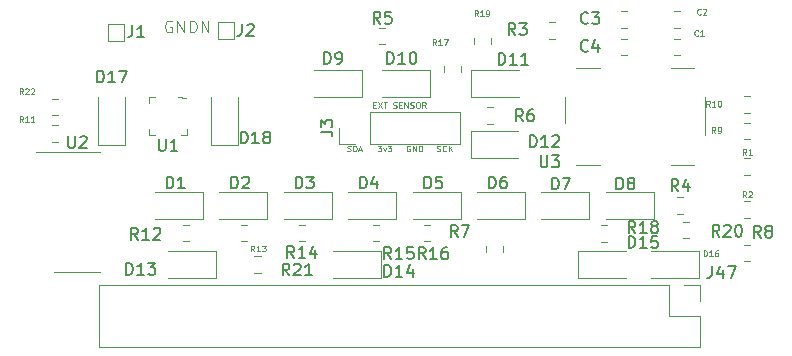
<source format=gbr>
G04 #@! TF.GenerationSoftware,KiCad,Pcbnew,(5.1.10-1-10_14)*
G04 #@! TF.CreationDate,2021-06-08T22:44:31-04:00*
G04 #@! TF.ProjectId,tr109-sensorboard,74723130-392d-4736-956e-736f72626f61,3*
G04 #@! TF.SameCoordinates,Original*
G04 #@! TF.FileFunction,Legend,Top*
G04 #@! TF.FilePolarity,Positive*
%FSLAX46Y46*%
G04 Gerber Fmt 4.6, Leading zero omitted, Abs format (unit mm)*
G04 Created by KiCad (PCBNEW (5.1.10-1-10_14)) date 2021-06-08 22:44:31*
%MOMM*%
%LPD*%
G01*
G04 APERTURE LIST*
%ADD10C,0.100000*%
%ADD11C,0.120000*%
%ADD12C,0.150000*%
%ADD13C,0.125000*%
G04 APERTURE END LIST*
D10*
X136231142Y-107898380D02*
X136302571Y-107922190D01*
X136421619Y-107922190D01*
X136469238Y-107898380D01*
X136493047Y-107874571D01*
X136516857Y-107826952D01*
X136516857Y-107779333D01*
X136493047Y-107731714D01*
X136469238Y-107707904D01*
X136421619Y-107684095D01*
X136326380Y-107660285D01*
X136278761Y-107636476D01*
X136254952Y-107612666D01*
X136231142Y-107565047D01*
X136231142Y-107517428D01*
X136254952Y-107469809D01*
X136278761Y-107446000D01*
X136326380Y-107422190D01*
X136445428Y-107422190D01*
X136516857Y-107446000D01*
X137016857Y-107874571D02*
X136993047Y-107898380D01*
X136921619Y-107922190D01*
X136874000Y-107922190D01*
X136802571Y-107898380D01*
X136754952Y-107850761D01*
X136731142Y-107803142D01*
X136707333Y-107707904D01*
X136707333Y-107636476D01*
X136731142Y-107541238D01*
X136754952Y-107493619D01*
X136802571Y-107446000D01*
X136874000Y-107422190D01*
X136921619Y-107422190D01*
X136993047Y-107446000D01*
X137016857Y-107469809D01*
X137231142Y-107922190D02*
X137231142Y-107422190D01*
X137516857Y-107922190D02*
X137302571Y-107636476D01*
X137516857Y-107422190D02*
X137231142Y-107707904D01*
X133953047Y-107446000D02*
X133905428Y-107422190D01*
X133834000Y-107422190D01*
X133762571Y-107446000D01*
X133714952Y-107493619D01*
X133691142Y-107541238D01*
X133667333Y-107636476D01*
X133667333Y-107707904D01*
X133691142Y-107803142D01*
X133714952Y-107850761D01*
X133762571Y-107898380D01*
X133834000Y-107922190D01*
X133881619Y-107922190D01*
X133953047Y-107898380D01*
X133976857Y-107874571D01*
X133976857Y-107707904D01*
X133881619Y-107707904D01*
X134191142Y-107922190D02*
X134191142Y-107422190D01*
X134476857Y-107922190D01*
X134476857Y-107422190D01*
X134714952Y-107922190D02*
X134714952Y-107422190D01*
X134834000Y-107422190D01*
X134905428Y-107446000D01*
X134953047Y-107493619D01*
X134976857Y-107541238D01*
X135000666Y-107636476D01*
X135000666Y-107707904D01*
X134976857Y-107803142D01*
X134953047Y-107850761D01*
X134905428Y-107898380D01*
X134834000Y-107922190D01*
X134714952Y-107922190D01*
X131198761Y-107422190D02*
X131508285Y-107422190D01*
X131341619Y-107612666D01*
X131413047Y-107612666D01*
X131460666Y-107636476D01*
X131484476Y-107660285D01*
X131508285Y-107707904D01*
X131508285Y-107826952D01*
X131484476Y-107874571D01*
X131460666Y-107898380D01*
X131413047Y-107922190D01*
X131270190Y-107922190D01*
X131222571Y-107898380D01*
X131198761Y-107874571D01*
X131674952Y-107588857D02*
X131794000Y-107922190D01*
X131913047Y-107588857D01*
X132055904Y-107422190D02*
X132365428Y-107422190D01*
X132198761Y-107612666D01*
X132270190Y-107612666D01*
X132317809Y-107636476D01*
X132341619Y-107660285D01*
X132365428Y-107707904D01*
X132365428Y-107826952D01*
X132341619Y-107874571D01*
X132317809Y-107898380D01*
X132270190Y-107922190D01*
X132127333Y-107922190D01*
X132079714Y-107898380D01*
X132055904Y-107874571D01*
X128646857Y-107898380D02*
X128718285Y-107922190D01*
X128837333Y-107922190D01*
X128884952Y-107898380D01*
X128908761Y-107874571D01*
X128932571Y-107826952D01*
X128932571Y-107779333D01*
X128908761Y-107731714D01*
X128884952Y-107707904D01*
X128837333Y-107684095D01*
X128742095Y-107660285D01*
X128694476Y-107636476D01*
X128670666Y-107612666D01*
X128646857Y-107565047D01*
X128646857Y-107517428D01*
X128670666Y-107469809D01*
X128694476Y-107446000D01*
X128742095Y-107422190D01*
X128861142Y-107422190D01*
X128932571Y-107446000D01*
X129146857Y-107922190D02*
X129146857Y-107422190D01*
X129265904Y-107422190D01*
X129337333Y-107446000D01*
X129384952Y-107493619D01*
X129408761Y-107541238D01*
X129432571Y-107636476D01*
X129432571Y-107707904D01*
X129408761Y-107803142D01*
X129384952Y-107850761D01*
X129337333Y-107898380D01*
X129265904Y-107922190D01*
X129146857Y-107922190D01*
X129623047Y-107779333D02*
X129861142Y-107779333D01*
X129575428Y-107922190D02*
X129742095Y-107422190D01*
X129908761Y-107922190D01*
X130851619Y-103977285D02*
X131018285Y-103977285D01*
X131089714Y-104239190D02*
X130851619Y-104239190D01*
X130851619Y-103739190D01*
X131089714Y-103739190D01*
X131256380Y-103739190D02*
X131589714Y-104239190D01*
X131589714Y-103739190D02*
X131256380Y-104239190D01*
X131708761Y-103739190D02*
X131994476Y-103739190D01*
X131851619Y-104239190D02*
X131851619Y-103739190D01*
X132518285Y-104215380D02*
X132589714Y-104239190D01*
X132708761Y-104239190D01*
X132756380Y-104215380D01*
X132780190Y-104191571D01*
X132804000Y-104143952D01*
X132804000Y-104096333D01*
X132780190Y-104048714D01*
X132756380Y-104024904D01*
X132708761Y-104001095D01*
X132613523Y-103977285D01*
X132565904Y-103953476D01*
X132542095Y-103929666D01*
X132518285Y-103882047D01*
X132518285Y-103834428D01*
X132542095Y-103786809D01*
X132565904Y-103763000D01*
X132613523Y-103739190D01*
X132732571Y-103739190D01*
X132804000Y-103763000D01*
X133018285Y-103977285D02*
X133184952Y-103977285D01*
X133256380Y-104239190D02*
X133018285Y-104239190D01*
X133018285Y-103739190D01*
X133256380Y-103739190D01*
X133470666Y-104239190D02*
X133470666Y-103739190D01*
X133756380Y-104239190D01*
X133756380Y-103739190D01*
X133970666Y-104215380D02*
X134042095Y-104239190D01*
X134161142Y-104239190D01*
X134208761Y-104215380D01*
X134232571Y-104191571D01*
X134256380Y-104143952D01*
X134256380Y-104096333D01*
X134232571Y-104048714D01*
X134208761Y-104024904D01*
X134161142Y-104001095D01*
X134065904Y-103977285D01*
X134018285Y-103953476D01*
X133994476Y-103929666D01*
X133970666Y-103882047D01*
X133970666Y-103834428D01*
X133994476Y-103786809D01*
X134018285Y-103763000D01*
X134065904Y-103739190D01*
X134184952Y-103739190D01*
X134256380Y-103763000D01*
X134565904Y-103739190D02*
X134661142Y-103739190D01*
X134708761Y-103763000D01*
X134756380Y-103810619D01*
X134780190Y-103905857D01*
X134780190Y-104072523D01*
X134756380Y-104167761D01*
X134708761Y-104215380D01*
X134661142Y-104239190D01*
X134565904Y-104239190D01*
X134518285Y-104215380D01*
X134470666Y-104167761D01*
X134446857Y-104072523D01*
X134446857Y-103905857D01*
X134470666Y-103810619D01*
X134518285Y-103763000D01*
X134565904Y-103739190D01*
X135280190Y-104239190D02*
X135113523Y-104001095D01*
X134994476Y-104239190D02*
X134994476Y-103739190D01*
X135184952Y-103739190D01*
X135232571Y-103763000D01*
X135256380Y-103786809D01*
X135280190Y-103834428D01*
X135280190Y-103905857D01*
X135256380Y-103953476D01*
X135232571Y-103977285D01*
X135184952Y-104001095D01*
X134994476Y-104001095D01*
X113776285Y-96883600D02*
X113681047Y-96835980D01*
X113538190Y-96835980D01*
X113395333Y-96883600D01*
X113300095Y-96978838D01*
X113252476Y-97074076D01*
X113204857Y-97264552D01*
X113204857Y-97407409D01*
X113252476Y-97597885D01*
X113300095Y-97693123D01*
X113395333Y-97788361D01*
X113538190Y-97835980D01*
X113633428Y-97835980D01*
X113776285Y-97788361D01*
X113823904Y-97740742D01*
X113823904Y-97407409D01*
X113633428Y-97407409D01*
X114252476Y-97835980D02*
X114252476Y-96835980D01*
X114823904Y-97835980D01*
X114823904Y-96835980D01*
X115300095Y-97835980D02*
X115300095Y-96835980D01*
X115538190Y-96835980D01*
X115681047Y-96883600D01*
X115776285Y-96978838D01*
X115823904Y-97074076D01*
X115871523Y-97264552D01*
X115871523Y-97407409D01*
X115823904Y-97597885D01*
X115776285Y-97693123D01*
X115681047Y-97788361D01*
X115538190Y-97835980D01*
X115300095Y-97835980D01*
X116300095Y-97835980D02*
X116300095Y-96835980D01*
X116871523Y-97835980D01*
X116871523Y-96835980D01*
D11*
X158514000Y-119260000D02*
X158514000Y-120590000D01*
X157184000Y-119260000D02*
X158514000Y-119260000D01*
X158514000Y-121860000D02*
X158514000Y-124460000D01*
X155914000Y-121860000D02*
X158514000Y-121860000D01*
X155914000Y-119260000D02*
X155914000Y-121860000D01*
X158514000Y-124460000D02*
X107594000Y-124460000D01*
X155914000Y-119260000D02*
X107594000Y-119260000D01*
X107594000Y-119260000D02*
X107594000Y-124460000D01*
X138204000Y-107248000D02*
X138204000Y-104588000D01*
X130524000Y-107248000D02*
X138204000Y-107248000D01*
X130524000Y-104588000D02*
X138204000Y-104588000D01*
X130524000Y-107248000D02*
X130524000Y-104588000D01*
X129254000Y-107248000D02*
X127924000Y-107248000D01*
X127924000Y-107248000D02*
X127924000Y-105918000D01*
X117664000Y-96963000D02*
X119064000Y-96963000D01*
X119064000Y-96963000D02*
X119064000Y-98363000D01*
X119064000Y-98363000D02*
X117664000Y-98363000D01*
X117664000Y-98363000D02*
X117664000Y-96963000D01*
X108367600Y-97128100D02*
X109767600Y-97128100D01*
X109767600Y-97128100D02*
X109767600Y-98528100D01*
X109767600Y-98528100D02*
X108367600Y-98528100D01*
X108367600Y-98528100D02*
X108367600Y-97128100D01*
D10*
X114599100Y-103324500D02*
X114699100Y-103424500D01*
X114699100Y-103424500D02*
X114999100Y-103424500D01*
X114299100Y-103324500D02*
X114599100Y-103324500D01*
X111849100Y-106524500D02*
X112349100Y-106524500D01*
X111849100Y-106524500D02*
X111849100Y-106024500D01*
X115049100Y-106524500D02*
X114549100Y-106524500D01*
X115049100Y-106524500D02*
X115049100Y-106024500D01*
X111849100Y-103324500D02*
X112349100Y-103324500D01*
X111849100Y-103324500D02*
X111849100Y-103824500D01*
D11*
X104151252Y-103440000D02*
X103628748Y-103440000D01*
X104151252Y-104860000D02*
X103628748Y-104860000D01*
X120778748Y-118170000D02*
X121301252Y-118170000D01*
X120778748Y-116750000D02*
X121301252Y-116750000D01*
X157028248Y-113869400D02*
X157550752Y-113869400D01*
X157028248Y-115289400D02*
X157550752Y-115289400D01*
X139371000Y-98800552D02*
X139371000Y-98278048D01*
X140791000Y-98800552D02*
X140791000Y-98278048D01*
X150094048Y-114136100D02*
X150616552Y-114136100D01*
X150094048Y-115556100D02*
X150616552Y-115556100D01*
X136831000Y-101226252D02*
X136831000Y-100703748D01*
X138251000Y-101226252D02*
X138251000Y-100703748D01*
X135681252Y-115543400D02*
X135158748Y-115543400D01*
X135681252Y-114123400D02*
X135158748Y-114123400D01*
X131337952Y-115543400D02*
X130815448Y-115543400D01*
X131337952Y-114123400D02*
X130815448Y-114123400D01*
X125038752Y-115543400D02*
X124516248Y-115543400D01*
X125038752Y-114123400D02*
X124516248Y-114123400D01*
X120136552Y-115543400D02*
X119614048Y-115543400D01*
X120136552Y-114123400D02*
X119614048Y-114123400D01*
X114688748Y-114123400D02*
X115211252Y-114123400D01*
X114688748Y-115543400D02*
X115211252Y-115543400D01*
X104151252Y-107080000D02*
X103628748Y-107080000D01*
X104151252Y-105660000D02*
X103628748Y-105660000D01*
X162185688Y-103239500D02*
X162708192Y-103239500D01*
X162185688Y-104659500D02*
X162708192Y-104659500D01*
X162185688Y-105474700D02*
X162708192Y-105474700D01*
X162185688Y-106894700D02*
X162708192Y-106894700D01*
X162247948Y-115812500D02*
X162770452Y-115812500D01*
X162247948Y-117232500D02*
X162770452Y-117232500D01*
X140361600Y-116452312D02*
X140361600Y-115929808D01*
X141781600Y-116452312D02*
X141781600Y-115929808D01*
X140454748Y-104192000D02*
X140977252Y-104192000D01*
X140454748Y-105612000D02*
X140977252Y-105612000D01*
X131336148Y-97435600D02*
X131858652Y-97435600D01*
X131336148Y-98855600D02*
X131858652Y-98855600D01*
X156571048Y-111773900D02*
X157093552Y-111773900D01*
X156571048Y-113193900D02*
X157093552Y-113193900D01*
X145712548Y-96953000D02*
X146235052Y-96953000D01*
X145712548Y-98373000D02*
X146235052Y-98373000D01*
X162247948Y-112142200D02*
X162770452Y-112142200D01*
X162247948Y-113562200D02*
X162770452Y-113562200D01*
X162247948Y-108471900D02*
X162770452Y-108471900D01*
X162247948Y-109891900D02*
X162770452Y-109891900D01*
X117076600Y-103302000D02*
X117076600Y-107362000D01*
X117076600Y-107362000D02*
X119346600Y-107362000D01*
X119346600Y-107362000D02*
X119346600Y-103302000D01*
X107551600Y-103302000D02*
X107551600Y-107362000D01*
X107551600Y-107362000D02*
X109821600Y-107362000D01*
X109821600Y-107362000D02*
X109821600Y-103302000D01*
X105765600Y-107995400D02*
X102315600Y-107995400D01*
X105765600Y-107995400D02*
X107715600Y-107995400D01*
X105765600Y-118115400D02*
X103815600Y-118115400D01*
X105765600Y-118115400D02*
X107715600Y-118115400D01*
X152353778Y-97448440D02*
X151836622Y-97448440D01*
X152353778Y-96028440D02*
X151836622Y-96028440D01*
X154353460Y-118607460D02*
X158413460Y-118607460D01*
X158413460Y-118607460D02*
X158413460Y-116337460D01*
X158413460Y-116337460D02*
X154353460Y-116337460D01*
X152252480Y-116337460D02*
X148192480Y-116337460D01*
X148192480Y-116337460D02*
X148192480Y-118607460D01*
X148192480Y-118607460D02*
X152252480Y-118607460D01*
X154593300Y-111348900D02*
X150533300Y-111348900D01*
X154593300Y-113618900D02*
X154593300Y-111348900D01*
X150533300Y-113618900D02*
X154593300Y-113618900D01*
X149139552Y-111348900D02*
X145079552Y-111348900D01*
X149139552Y-113618900D02*
X149139552Y-111348900D01*
X145079552Y-113618900D02*
X149139552Y-113618900D01*
X143685810Y-111348900D02*
X139625810Y-111348900D01*
X143685810Y-113618900D02*
X143685810Y-111348900D01*
X139625810Y-113618900D02*
X143685810Y-113618900D01*
X138232068Y-111348900D02*
X134172068Y-111348900D01*
X138232068Y-113618900D02*
X138232068Y-111348900D01*
X134172068Y-113618900D02*
X138232068Y-113618900D01*
X132778326Y-111348900D02*
X128718326Y-111348900D01*
X132778326Y-113618900D02*
X132778326Y-111348900D01*
X128718326Y-113618900D02*
X132778326Y-113618900D01*
X127324584Y-111348900D02*
X123264584Y-111348900D01*
X127324584Y-113618900D02*
X127324584Y-111348900D01*
X123264584Y-113618900D02*
X127324584Y-113618900D01*
X121870842Y-111348900D02*
X117810842Y-111348900D01*
X121870842Y-113618900D02*
X121870842Y-111348900D01*
X117810842Y-113618900D02*
X121870842Y-113618900D01*
X116417100Y-111348900D02*
X112357100Y-111348900D01*
X116417100Y-113618900D02*
X116417100Y-111348900D01*
X112357100Y-113618900D02*
X116417100Y-113618900D01*
X127398980Y-118607460D02*
X131458980Y-118607460D01*
X131458980Y-118607460D02*
X131458980Y-116337460D01*
X131458980Y-116337460D02*
X127398980Y-116337460D01*
X113492480Y-118607460D02*
X117552480Y-118607460D01*
X117552480Y-118607460D02*
X117552480Y-116337460D01*
X117552480Y-116337460D02*
X113492480Y-116337460D01*
X139071340Y-108493180D02*
X143131340Y-108493180D01*
X139071340Y-106223180D02*
X139071340Y-108493180D01*
X143131340Y-106223180D02*
X139071340Y-106223180D01*
X139116120Y-103268400D02*
X143176120Y-103268400D01*
X139116120Y-100998400D02*
X139116120Y-103268400D01*
X143176120Y-100998400D02*
X139116120Y-100998400D01*
X135657600Y-100998400D02*
X131597600Y-100998400D01*
X135657600Y-103268400D02*
X135657600Y-100998400D01*
X131597600Y-103268400D02*
X135657600Y-103268400D01*
X129853700Y-100998400D02*
X125793700Y-100998400D01*
X129853700Y-103268400D02*
X129853700Y-100998400D01*
X125793700Y-103268400D02*
X129853700Y-103268400D01*
X152353778Y-99795400D02*
X151836622Y-99795400D01*
X152353778Y-98375400D02*
X151836622Y-98375400D01*
X156798778Y-99795400D02*
X156281622Y-99795400D01*
X156798778Y-98375400D02*
X156281622Y-98375400D01*
X156798778Y-97448440D02*
X156281622Y-97448440D01*
X156798778Y-96028440D02*
X156281622Y-96028440D01*
D10*
X158909600Y-103327400D02*
X158909600Y-106527400D01*
X147109600Y-103327400D02*
X147109600Y-105527400D01*
X148009600Y-100827400D02*
X150009600Y-100827400D01*
X148009600Y-109027400D02*
X150009600Y-109027400D01*
X156009600Y-109027400D02*
X158009600Y-109027400D01*
X156009600Y-100827400D02*
X158009600Y-100827400D01*
D12*
X159515276Y-117638580D02*
X159515276Y-118352866D01*
X159467657Y-118495723D01*
X159372419Y-118590961D01*
X159229561Y-118638580D01*
X159134323Y-118638580D01*
X160420038Y-117971914D02*
X160420038Y-118638580D01*
X160181942Y-117590961D02*
X159943847Y-118305247D01*
X160562895Y-118305247D01*
X160848609Y-117638580D02*
X161515276Y-117638580D01*
X161086704Y-118638580D01*
X126376380Y-106251333D02*
X127090666Y-106251333D01*
X127233523Y-106298952D01*
X127328761Y-106394190D01*
X127376380Y-106537047D01*
X127376380Y-106632285D01*
X126376380Y-105870380D02*
X126376380Y-105251333D01*
X126757333Y-105584666D01*
X126757333Y-105441809D01*
X126804952Y-105346571D01*
X126852571Y-105298952D01*
X126947809Y-105251333D01*
X127185904Y-105251333D01*
X127281142Y-105298952D01*
X127328761Y-105346571D01*
X127376380Y-105441809D01*
X127376380Y-105727523D01*
X127328761Y-105822761D01*
X127281142Y-105870380D01*
X119719766Y-97128080D02*
X119719766Y-97842366D01*
X119672147Y-97985223D01*
X119576909Y-98080461D01*
X119434052Y-98128080D01*
X119338814Y-98128080D01*
X120148338Y-97223319D02*
X120195957Y-97175700D01*
X120291195Y-97128080D01*
X120529290Y-97128080D01*
X120624528Y-97175700D01*
X120672147Y-97223319D01*
X120719766Y-97318557D01*
X120719766Y-97413795D01*
X120672147Y-97556652D01*
X120100719Y-98128080D01*
X120719766Y-98128080D01*
X110436066Y-97229680D02*
X110436066Y-97943966D01*
X110388447Y-98086823D01*
X110293209Y-98182061D01*
X110150352Y-98229680D01*
X110055114Y-98229680D01*
X111436066Y-98229680D02*
X110864638Y-98229680D01*
X111150352Y-98229680D02*
X111150352Y-97229680D01*
X111055114Y-97372538D01*
X110959876Y-97467776D01*
X110864638Y-97515395D01*
X112674495Y-106852380D02*
X112674495Y-107661904D01*
X112722114Y-107757142D01*
X112769733Y-107804761D01*
X112864971Y-107852380D01*
X113055447Y-107852380D01*
X113150685Y-107804761D01*
X113198304Y-107757142D01*
X113245923Y-107661904D01*
X113245923Y-106852380D01*
X114245923Y-107852380D02*
X113674495Y-107852380D01*
X113960209Y-107852380D02*
X113960209Y-106852380D01*
X113864971Y-106995238D01*
X113769733Y-107090476D01*
X113674495Y-107138095D01*
D13*
X101178571Y-103076190D02*
X101011904Y-102838095D01*
X100892857Y-103076190D02*
X100892857Y-102576190D01*
X101083333Y-102576190D01*
X101130952Y-102600000D01*
X101154761Y-102623809D01*
X101178571Y-102671428D01*
X101178571Y-102742857D01*
X101154761Y-102790476D01*
X101130952Y-102814285D01*
X101083333Y-102838095D01*
X100892857Y-102838095D01*
X101369047Y-102623809D02*
X101392857Y-102600000D01*
X101440476Y-102576190D01*
X101559523Y-102576190D01*
X101607142Y-102600000D01*
X101630952Y-102623809D01*
X101654761Y-102671428D01*
X101654761Y-102719047D01*
X101630952Y-102790476D01*
X101345238Y-103076190D01*
X101654761Y-103076190D01*
X101845238Y-102623809D02*
X101869047Y-102600000D01*
X101916666Y-102576190D01*
X102035714Y-102576190D01*
X102083333Y-102600000D01*
X102107142Y-102623809D01*
X102130952Y-102671428D01*
X102130952Y-102719047D01*
X102107142Y-102790476D01*
X101821428Y-103076190D01*
X102130952Y-103076190D01*
D12*
X123737142Y-118412380D02*
X123403809Y-117936190D01*
X123165714Y-118412380D02*
X123165714Y-117412380D01*
X123546666Y-117412380D01*
X123641904Y-117460000D01*
X123689523Y-117507619D01*
X123737142Y-117602857D01*
X123737142Y-117745714D01*
X123689523Y-117840952D01*
X123641904Y-117888571D01*
X123546666Y-117936190D01*
X123165714Y-117936190D01*
X124118095Y-117507619D02*
X124165714Y-117460000D01*
X124260952Y-117412380D01*
X124499047Y-117412380D01*
X124594285Y-117460000D01*
X124641904Y-117507619D01*
X124689523Y-117602857D01*
X124689523Y-117698095D01*
X124641904Y-117840952D01*
X124070476Y-118412380D01*
X124689523Y-118412380D01*
X125641904Y-118412380D02*
X125070476Y-118412380D01*
X125356190Y-118412380D02*
X125356190Y-117412380D01*
X125260952Y-117555238D01*
X125165714Y-117650476D01*
X125070476Y-117698095D01*
X160147142Y-115132380D02*
X159813809Y-114656190D01*
X159575714Y-115132380D02*
X159575714Y-114132380D01*
X159956666Y-114132380D01*
X160051904Y-114180000D01*
X160099523Y-114227619D01*
X160147142Y-114322857D01*
X160147142Y-114465714D01*
X160099523Y-114560952D01*
X160051904Y-114608571D01*
X159956666Y-114656190D01*
X159575714Y-114656190D01*
X160528095Y-114227619D02*
X160575714Y-114180000D01*
X160670952Y-114132380D01*
X160909047Y-114132380D01*
X161004285Y-114180000D01*
X161051904Y-114227619D01*
X161099523Y-114322857D01*
X161099523Y-114418095D01*
X161051904Y-114560952D01*
X160480476Y-115132380D01*
X161099523Y-115132380D01*
X161718571Y-114132380D02*
X161813809Y-114132380D01*
X161909047Y-114180000D01*
X161956666Y-114227619D01*
X162004285Y-114322857D01*
X162051904Y-114513333D01*
X162051904Y-114751428D01*
X162004285Y-114941904D01*
X161956666Y-115037142D01*
X161909047Y-115084761D01*
X161813809Y-115132380D01*
X161718571Y-115132380D01*
X161623333Y-115084761D01*
X161575714Y-115037142D01*
X161528095Y-114941904D01*
X161480476Y-114751428D01*
X161480476Y-114513333D01*
X161528095Y-114322857D01*
X161575714Y-114227619D01*
X161623333Y-114180000D01*
X161718571Y-114132380D01*
D13*
X139696071Y-96466790D02*
X139529404Y-96228695D01*
X139410357Y-96466790D02*
X139410357Y-95966790D01*
X139600833Y-95966790D01*
X139648452Y-95990600D01*
X139672261Y-96014409D01*
X139696071Y-96062028D01*
X139696071Y-96133457D01*
X139672261Y-96181076D01*
X139648452Y-96204885D01*
X139600833Y-96228695D01*
X139410357Y-96228695D01*
X140172261Y-96466790D02*
X139886547Y-96466790D01*
X140029404Y-96466790D02*
X140029404Y-95966790D01*
X139981785Y-96038219D01*
X139934166Y-96085838D01*
X139886547Y-96109647D01*
X140410357Y-96466790D02*
X140505595Y-96466790D01*
X140553214Y-96442980D01*
X140577023Y-96419171D01*
X140624642Y-96347742D01*
X140648452Y-96252504D01*
X140648452Y-96062028D01*
X140624642Y-96014409D01*
X140600833Y-95990600D01*
X140553214Y-95966790D01*
X140457976Y-95966790D01*
X140410357Y-95990600D01*
X140386547Y-96014409D01*
X140362738Y-96062028D01*
X140362738Y-96181076D01*
X140386547Y-96228695D01*
X140410357Y-96252504D01*
X140457976Y-96276314D01*
X140553214Y-96276314D01*
X140600833Y-96252504D01*
X140624642Y-96228695D01*
X140648452Y-96181076D01*
D12*
X153027142Y-114832380D02*
X152693809Y-114356190D01*
X152455714Y-114832380D02*
X152455714Y-113832380D01*
X152836666Y-113832380D01*
X152931904Y-113880000D01*
X152979523Y-113927619D01*
X153027142Y-114022857D01*
X153027142Y-114165714D01*
X152979523Y-114260952D01*
X152931904Y-114308571D01*
X152836666Y-114356190D01*
X152455714Y-114356190D01*
X153979523Y-114832380D02*
X153408095Y-114832380D01*
X153693809Y-114832380D02*
X153693809Y-113832380D01*
X153598571Y-113975238D01*
X153503333Y-114070476D01*
X153408095Y-114118095D01*
X154550952Y-114260952D02*
X154455714Y-114213333D01*
X154408095Y-114165714D01*
X154360476Y-114070476D01*
X154360476Y-114022857D01*
X154408095Y-113927619D01*
X154455714Y-113880000D01*
X154550952Y-113832380D01*
X154741428Y-113832380D01*
X154836666Y-113880000D01*
X154884285Y-113927619D01*
X154931904Y-114022857D01*
X154931904Y-114070476D01*
X154884285Y-114165714D01*
X154836666Y-114213333D01*
X154741428Y-114260952D01*
X154550952Y-114260952D01*
X154455714Y-114308571D01*
X154408095Y-114356190D01*
X154360476Y-114451428D01*
X154360476Y-114641904D01*
X154408095Y-114737142D01*
X154455714Y-114784761D01*
X154550952Y-114832380D01*
X154741428Y-114832380D01*
X154836666Y-114784761D01*
X154884285Y-114737142D01*
X154931904Y-114641904D01*
X154931904Y-114451428D01*
X154884285Y-114356190D01*
X154836666Y-114308571D01*
X154741428Y-114260952D01*
D13*
X136152771Y-98917890D02*
X135986104Y-98679795D01*
X135867057Y-98917890D02*
X135867057Y-98417890D01*
X136057533Y-98417890D01*
X136105152Y-98441700D01*
X136128961Y-98465509D01*
X136152771Y-98513128D01*
X136152771Y-98584557D01*
X136128961Y-98632176D01*
X136105152Y-98655985D01*
X136057533Y-98679795D01*
X135867057Y-98679795D01*
X136628961Y-98917890D02*
X136343247Y-98917890D01*
X136486104Y-98917890D02*
X136486104Y-98417890D01*
X136438485Y-98489319D01*
X136390866Y-98536938D01*
X136343247Y-98560747D01*
X136795628Y-98417890D02*
X137128961Y-98417890D01*
X136914676Y-98917890D01*
D12*
X135267142Y-117035780D02*
X134933809Y-116559590D01*
X134695714Y-117035780D02*
X134695714Y-116035780D01*
X135076666Y-116035780D01*
X135171904Y-116083400D01*
X135219523Y-116131019D01*
X135267142Y-116226257D01*
X135267142Y-116369114D01*
X135219523Y-116464352D01*
X135171904Y-116511971D01*
X135076666Y-116559590D01*
X134695714Y-116559590D01*
X136219523Y-117035780D02*
X135648095Y-117035780D01*
X135933809Y-117035780D02*
X135933809Y-116035780D01*
X135838571Y-116178638D01*
X135743333Y-116273876D01*
X135648095Y-116321495D01*
X137076666Y-116035780D02*
X136886190Y-116035780D01*
X136790952Y-116083400D01*
X136743333Y-116131019D01*
X136648095Y-116273876D01*
X136600476Y-116464352D01*
X136600476Y-116845304D01*
X136648095Y-116940542D01*
X136695714Y-116988161D01*
X136790952Y-117035780D01*
X136981428Y-117035780D01*
X137076666Y-116988161D01*
X137124285Y-116940542D01*
X137171904Y-116845304D01*
X137171904Y-116607209D01*
X137124285Y-116511971D01*
X137076666Y-116464352D01*
X136981428Y-116416733D01*
X136790952Y-116416733D01*
X136695714Y-116464352D01*
X136648095Y-116511971D01*
X136600476Y-116607209D01*
X132347142Y-117028880D02*
X132013809Y-116552690D01*
X131775714Y-117028880D02*
X131775714Y-116028880D01*
X132156666Y-116028880D01*
X132251904Y-116076500D01*
X132299523Y-116124119D01*
X132347142Y-116219357D01*
X132347142Y-116362214D01*
X132299523Y-116457452D01*
X132251904Y-116505071D01*
X132156666Y-116552690D01*
X131775714Y-116552690D01*
X133299523Y-117028880D02*
X132728095Y-117028880D01*
X133013809Y-117028880D02*
X133013809Y-116028880D01*
X132918571Y-116171738D01*
X132823333Y-116266976D01*
X132728095Y-116314595D01*
X134204285Y-116028880D02*
X133728095Y-116028880D01*
X133680476Y-116505071D01*
X133728095Y-116457452D01*
X133823333Y-116409833D01*
X134061428Y-116409833D01*
X134156666Y-116457452D01*
X134204285Y-116505071D01*
X134251904Y-116600309D01*
X134251904Y-116838404D01*
X134204285Y-116933642D01*
X134156666Y-116981261D01*
X134061428Y-117028880D01*
X133823333Y-117028880D01*
X133728095Y-116981261D01*
X133680476Y-116933642D01*
X124134642Y-116935780D02*
X123801309Y-116459590D01*
X123563214Y-116935780D02*
X123563214Y-115935780D01*
X123944166Y-115935780D01*
X124039404Y-115983400D01*
X124087023Y-116031019D01*
X124134642Y-116126257D01*
X124134642Y-116269114D01*
X124087023Y-116364352D01*
X124039404Y-116411971D01*
X123944166Y-116459590D01*
X123563214Y-116459590D01*
X125087023Y-116935780D02*
X124515595Y-116935780D01*
X124801309Y-116935780D02*
X124801309Y-115935780D01*
X124706071Y-116078638D01*
X124610833Y-116173876D01*
X124515595Y-116221495D01*
X125944166Y-116269114D02*
X125944166Y-116935780D01*
X125706071Y-115888161D02*
X125467976Y-116602447D01*
X126087023Y-116602447D01*
D13*
X120768571Y-116386190D02*
X120601904Y-116148095D01*
X120482857Y-116386190D02*
X120482857Y-115886190D01*
X120673333Y-115886190D01*
X120720952Y-115910000D01*
X120744761Y-115933809D01*
X120768571Y-115981428D01*
X120768571Y-116052857D01*
X120744761Y-116100476D01*
X120720952Y-116124285D01*
X120673333Y-116148095D01*
X120482857Y-116148095D01*
X121244761Y-116386190D02*
X120959047Y-116386190D01*
X121101904Y-116386190D02*
X121101904Y-115886190D01*
X121054285Y-115957619D01*
X121006666Y-116005238D01*
X120959047Y-116029047D01*
X121411428Y-115886190D02*
X121720952Y-115886190D01*
X121554285Y-116076666D01*
X121625714Y-116076666D01*
X121673333Y-116100476D01*
X121697142Y-116124285D01*
X121720952Y-116171904D01*
X121720952Y-116290952D01*
X121697142Y-116338571D01*
X121673333Y-116362380D01*
X121625714Y-116386190D01*
X121482857Y-116386190D01*
X121435238Y-116362380D01*
X121411428Y-116338571D01*
D12*
X110907142Y-115395780D02*
X110573809Y-114919590D01*
X110335714Y-115395780D02*
X110335714Y-114395780D01*
X110716666Y-114395780D01*
X110811904Y-114443400D01*
X110859523Y-114491019D01*
X110907142Y-114586257D01*
X110907142Y-114729114D01*
X110859523Y-114824352D01*
X110811904Y-114871971D01*
X110716666Y-114919590D01*
X110335714Y-114919590D01*
X111859523Y-115395780D02*
X111288095Y-115395780D01*
X111573809Y-115395780D02*
X111573809Y-114395780D01*
X111478571Y-114538638D01*
X111383333Y-114633876D01*
X111288095Y-114681495D01*
X112240476Y-114491019D02*
X112288095Y-114443400D01*
X112383333Y-114395780D01*
X112621428Y-114395780D01*
X112716666Y-114443400D01*
X112764285Y-114491019D01*
X112811904Y-114586257D01*
X112811904Y-114681495D01*
X112764285Y-114824352D01*
X112192857Y-115395780D01*
X112811904Y-115395780D01*
D13*
X101178571Y-105426190D02*
X101011904Y-105188095D01*
X100892857Y-105426190D02*
X100892857Y-104926190D01*
X101083333Y-104926190D01*
X101130952Y-104950000D01*
X101154761Y-104973809D01*
X101178571Y-105021428D01*
X101178571Y-105092857D01*
X101154761Y-105140476D01*
X101130952Y-105164285D01*
X101083333Y-105188095D01*
X100892857Y-105188095D01*
X101654761Y-105426190D02*
X101369047Y-105426190D01*
X101511904Y-105426190D02*
X101511904Y-104926190D01*
X101464285Y-104997619D01*
X101416666Y-105045238D01*
X101369047Y-105069047D01*
X102130952Y-105426190D02*
X101845238Y-105426190D01*
X101988095Y-105426190D02*
X101988095Y-104926190D01*
X101940476Y-104997619D01*
X101892857Y-105045238D01*
X101845238Y-105069047D01*
X159333475Y-104129440D02*
X159166808Y-103891345D01*
X159047761Y-104129440D02*
X159047761Y-103629440D01*
X159238237Y-103629440D01*
X159285856Y-103653250D01*
X159309665Y-103677059D01*
X159333475Y-103724678D01*
X159333475Y-103796107D01*
X159309665Y-103843726D01*
X159285856Y-103867535D01*
X159238237Y-103891345D01*
X159047761Y-103891345D01*
X159809665Y-104129440D02*
X159523951Y-104129440D01*
X159666808Y-104129440D02*
X159666808Y-103629440D01*
X159619189Y-103700869D01*
X159571570Y-103748488D01*
X159523951Y-103772297D01*
X160119189Y-103629440D02*
X160166808Y-103629440D01*
X160214427Y-103653250D01*
X160238237Y-103677059D01*
X160262046Y-103724678D01*
X160285856Y-103819916D01*
X160285856Y-103938964D01*
X160262046Y-104034202D01*
X160238237Y-104081821D01*
X160214427Y-104105630D01*
X160166808Y-104129440D01*
X160119189Y-104129440D01*
X160071570Y-104105630D01*
X160047761Y-104081821D01*
X160023951Y-104034202D01*
X160000142Y-103938964D01*
X160000142Y-103819916D01*
X160023951Y-103724678D01*
X160047761Y-103677059D01*
X160071570Y-103653250D01*
X160119189Y-103629440D01*
X159809666Y-106364640D02*
X159643000Y-106126545D01*
X159523952Y-106364640D02*
X159523952Y-105864640D01*
X159714428Y-105864640D01*
X159762047Y-105888450D01*
X159785857Y-105912259D01*
X159809666Y-105959878D01*
X159809666Y-106031307D01*
X159785857Y-106078926D01*
X159762047Y-106102735D01*
X159714428Y-106126545D01*
X159523952Y-106126545D01*
X160047761Y-106364640D02*
X160143000Y-106364640D01*
X160190619Y-106340830D01*
X160214428Y-106317021D01*
X160262047Y-106245592D01*
X160285857Y-106150354D01*
X160285857Y-105959878D01*
X160262047Y-105912259D01*
X160238238Y-105888450D01*
X160190619Y-105864640D01*
X160095380Y-105864640D01*
X160047761Y-105888450D01*
X160023952Y-105912259D01*
X160000142Y-105959878D01*
X160000142Y-106078926D01*
X160023952Y-106126545D01*
X160047761Y-106150354D01*
X160095380Y-106174164D01*
X160190619Y-106174164D01*
X160238238Y-106150354D01*
X160262047Y-106126545D01*
X160285857Y-106078926D01*
D12*
X163653333Y-115212380D02*
X163320000Y-114736190D01*
X163081904Y-115212380D02*
X163081904Y-114212380D01*
X163462857Y-114212380D01*
X163558095Y-114260000D01*
X163605714Y-114307619D01*
X163653333Y-114402857D01*
X163653333Y-114545714D01*
X163605714Y-114640952D01*
X163558095Y-114688571D01*
X163462857Y-114736190D01*
X163081904Y-114736190D01*
X164224761Y-114640952D02*
X164129523Y-114593333D01*
X164081904Y-114545714D01*
X164034285Y-114450476D01*
X164034285Y-114402857D01*
X164081904Y-114307619D01*
X164129523Y-114260000D01*
X164224761Y-114212380D01*
X164415238Y-114212380D01*
X164510476Y-114260000D01*
X164558095Y-114307619D01*
X164605714Y-114402857D01*
X164605714Y-114450476D01*
X164558095Y-114545714D01*
X164510476Y-114593333D01*
X164415238Y-114640952D01*
X164224761Y-114640952D01*
X164129523Y-114688571D01*
X164081904Y-114736190D01*
X164034285Y-114831428D01*
X164034285Y-115021904D01*
X164081904Y-115117142D01*
X164129523Y-115164761D01*
X164224761Y-115212380D01*
X164415238Y-115212380D01*
X164510476Y-115164761D01*
X164558095Y-115117142D01*
X164605714Y-115021904D01*
X164605714Y-114831428D01*
X164558095Y-114736190D01*
X164510476Y-114688571D01*
X164415238Y-114640952D01*
X137983933Y-115170240D02*
X137650600Y-114694050D01*
X137412504Y-115170240D02*
X137412504Y-114170240D01*
X137793457Y-114170240D01*
X137888695Y-114217860D01*
X137936314Y-114265479D01*
X137983933Y-114360717D01*
X137983933Y-114503574D01*
X137936314Y-114598812D01*
X137888695Y-114646431D01*
X137793457Y-114694050D01*
X137412504Y-114694050D01*
X138317266Y-114170240D02*
X138983933Y-114170240D01*
X138555361Y-115170240D01*
X143495733Y-105367080D02*
X143162400Y-104890890D01*
X142924304Y-105367080D02*
X142924304Y-104367080D01*
X143305257Y-104367080D01*
X143400495Y-104414700D01*
X143448114Y-104462319D01*
X143495733Y-104557557D01*
X143495733Y-104700414D01*
X143448114Y-104795652D01*
X143400495Y-104843271D01*
X143305257Y-104890890D01*
X142924304Y-104890890D01*
X144352876Y-104367080D02*
X144162400Y-104367080D01*
X144067161Y-104414700D01*
X144019542Y-104462319D01*
X143924304Y-104605176D01*
X143876685Y-104795652D01*
X143876685Y-105176604D01*
X143924304Y-105271842D01*
X143971923Y-105319461D01*
X144067161Y-105367080D01*
X144257638Y-105367080D01*
X144352876Y-105319461D01*
X144400495Y-105271842D01*
X144448114Y-105176604D01*
X144448114Y-104938509D01*
X144400495Y-104843271D01*
X144352876Y-104795652D01*
X144257638Y-104748033D01*
X144067161Y-104748033D01*
X143971923Y-104795652D01*
X143924304Y-104843271D01*
X143876685Y-104938509D01*
X131430733Y-97099380D02*
X131097400Y-96623190D01*
X130859304Y-97099380D02*
X130859304Y-96099380D01*
X131240257Y-96099380D01*
X131335495Y-96147000D01*
X131383114Y-96194619D01*
X131430733Y-96289857D01*
X131430733Y-96432714D01*
X131383114Y-96527952D01*
X131335495Y-96575571D01*
X131240257Y-96623190D01*
X130859304Y-96623190D01*
X132335495Y-96099380D02*
X131859304Y-96099380D01*
X131811685Y-96575571D01*
X131859304Y-96527952D01*
X131954542Y-96480333D01*
X132192638Y-96480333D01*
X132287876Y-96527952D01*
X132335495Y-96575571D01*
X132383114Y-96670809D01*
X132383114Y-96908904D01*
X132335495Y-97004142D01*
X132287876Y-97051761D01*
X132192638Y-97099380D01*
X131954542Y-97099380D01*
X131859304Y-97051761D01*
X131811685Y-97004142D01*
X156665633Y-111286280D02*
X156332300Y-110810090D01*
X156094204Y-111286280D02*
X156094204Y-110286280D01*
X156475157Y-110286280D01*
X156570395Y-110333900D01*
X156618014Y-110381519D01*
X156665633Y-110476757D01*
X156665633Y-110619614D01*
X156618014Y-110714852D01*
X156570395Y-110762471D01*
X156475157Y-110810090D01*
X156094204Y-110810090D01*
X157522776Y-110619614D02*
X157522776Y-111286280D01*
X157284680Y-110238661D02*
X157046585Y-110952947D01*
X157665633Y-110952947D01*
X142860733Y-98047880D02*
X142527400Y-97571690D01*
X142289304Y-98047880D02*
X142289304Y-97047880D01*
X142670257Y-97047880D01*
X142765495Y-97095500D01*
X142813114Y-97143119D01*
X142860733Y-97238357D01*
X142860733Y-97381214D01*
X142813114Y-97476452D01*
X142765495Y-97524071D01*
X142670257Y-97571690D01*
X142289304Y-97571690D01*
X143194066Y-97047880D02*
X143813114Y-97047880D01*
X143479780Y-97428833D01*
X143622638Y-97428833D01*
X143717876Y-97476452D01*
X143765495Y-97524071D01*
X143813114Y-97619309D01*
X143813114Y-97857404D01*
X143765495Y-97952642D01*
X143717876Y-98000261D01*
X143622638Y-98047880D01*
X143336923Y-98047880D01*
X143241685Y-98000261D01*
X143194066Y-97952642D01*
D13*
X162425866Y-111808390D02*
X162259200Y-111570295D01*
X162140152Y-111808390D02*
X162140152Y-111308390D01*
X162330628Y-111308390D01*
X162378247Y-111332200D01*
X162402057Y-111356009D01*
X162425866Y-111403628D01*
X162425866Y-111475057D01*
X162402057Y-111522676D01*
X162378247Y-111546485D01*
X162330628Y-111570295D01*
X162140152Y-111570295D01*
X162616342Y-111356009D02*
X162640152Y-111332200D01*
X162687771Y-111308390D01*
X162806819Y-111308390D01*
X162854438Y-111332200D01*
X162878247Y-111356009D01*
X162902057Y-111403628D01*
X162902057Y-111451247D01*
X162878247Y-111522676D01*
X162592533Y-111808390D01*
X162902057Y-111808390D01*
X162425866Y-108188890D02*
X162259200Y-107950795D01*
X162140152Y-108188890D02*
X162140152Y-107688890D01*
X162330628Y-107688890D01*
X162378247Y-107712700D01*
X162402057Y-107736509D01*
X162425866Y-107784128D01*
X162425866Y-107855557D01*
X162402057Y-107903176D01*
X162378247Y-107926985D01*
X162330628Y-107950795D01*
X162140152Y-107950795D01*
X162902057Y-108188890D02*
X162616342Y-108188890D01*
X162759200Y-108188890D02*
X162759200Y-107688890D01*
X162711580Y-107760319D01*
X162663961Y-107807938D01*
X162616342Y-107831747D01*
D12*
X119625714Y-107242380D02*
X119625714Y-106242380D01*
X119863809Y-106242380D01*
X120006666Y-106290000D01*
X120101904Y-106385238D01*
X120149523Y-106480476D01*
X120197142Y-106670952D01*
X120197142Y-106813809D01*
X120149523Y-107004285D01*
X120101904Y-107099523D01*
X120006666Y-107194761D01*
X119863809Y-107242380D01*
X119625714Y-107242380D01*
X121149523Y-107242380D02*
X120578095Y-107242380D01*
X120863809Y-107242380D02*
X120863809Y-106242380D01*
X120768571Y-106385238D01*
X120673333Y-106480476D01*
X120578095Y-106528095D01*
X121720952Y-106670952D02*
X121625714Y-106623333D01*
X121578095Y-106575714D01*
X121530476Y-106480476D01*
X121530476Y-106432857D01*
X121578095Y-106337619D01*
X121625714Y-106290000D01*
X121720952Y-106242380D01*
X121911428Y-106242380D01*
X122006666Y-106290000D01*
X122054285Y-106337619D01*
X122101904Y-106432857D01*
X122101904Y-106480476D01*
X122054285Y-106575714D01*
X122006666Y-106623333D01*
X121911428Y-106670952D01*
X121720952Y-106670952D01*
X121625714Y-106718571D01*
X121578095Y-106766190D01*
X121530476Y-106861428D01*
X121530476Y-107051904D01*
X121578095Y-107147142D01*
X121625714Y-107194761D01*
X121720952Y-107242380D01*
X121911428Y-107242380D01*
X122006666Y-107194761D01*
X122054285Y-107147142D01*
X122101904Y-107051904D01*
X122101904Y-106861428D01*
X122054285Y-106766190D01*
X122006666Y-106718571D01*
X121911428Y-106670952D01*
X107459614Y-102077780D02*
X107459614Y-101077780D01*
X107697709Y-101077780D01*
X107840566Y-101125400D01*
X107935804Y-101220638D01*
X107983423Y-101315876D01*
X108031042Y-101506352D01*
X108031042Y-101649209D01*
X107983423Y-101839685D01*
X107935804Y-101934923D01*
X107840566Y-102030161D01*
X107697709Y-102077780D01*
X107459614Y-102077780D01*
X108983423Y-102077780D02*
X108411995Y-102077780D01*
X108697709Y-102077780D02*
X108697709Y-101077780D01*
X108602471Y-101220638D01*
X108507233Y-101315876D01*
X108411995Y-101363495D01*
X109316757Y-101077780D02*
X109983423Y-101077780D01*
X109554852Y-102077780D01*
X105003695Y-106607780D02*
X105003695Y-107417304D01*
X105051314Y-107512542D01*
X105098933Y-107560161D01*
X105194171Y-107607780D01*
X105384647Y-107607780D01*
X105479885Y-107560161D01*
X105527504Y-107512542D01*
X105575123Y-107417304D01*
X105575123Y-106607780D01*
X106003695Y-106703019D02*
X106051314Y-106655400D01*
X106146552Y-106607780D01*
X106384647Y-106607780D01*
X106479885Y-106655400D01*
X106527504Y-106703019D01*
X106575123Y-106798257D01*
X106575123Y-106893495D01*
X106527504Y-107036352D01*
X105956076Y-107607780D01*
X106575123Y-107607780D01*
X149007533Y-97028082D02*
X148959914Y-97075701D01*
X148817057Y-97123320D01*
X148721819Y-97123320D01*
X148578961Y-97075701D01*
X148483723Y-96980463D01*
X148436104Y-96885225D01*
X148388485Y-96694749D01*
X148388485Y-96551892D01*
X148436104Y-96361416D01*
X148483723Y-96266178D01*
X148578961Y-96170940D01*
X148721819Y-96123320D01*
X148817057Y-96123320D01*
X148959914Y-96170940D01*
X149007533Y-96218559D01*
X149340866Y-96123320D02*
X149959914Y-96123320D01*
X149626580Y-96504273D01*
X149769438Y-96504273D01*
X149864676Y-96551892D01*
X149912295Y-96599511D01*
X149959914Y-96694749D01*
X149959914Y-96932844D01*
X149912295Y-97028082D01*
X149864676Y-97075701D01*
X149769438Y-97123320D01*
X149483723Y-97123320D01*
X149388485Y-97075701D01*
X149340866Y-97028082D01*
D13*
X158802857Y-116786190D02*
X158802857Y-116286190D01*
X158921904Y-116286190D01*
X158993333Y-116310000D01*
X159040952Y-116357619D01*
X159064761Y-116405238D01*
X159088571Y-116500476D01*
X159088571Y-116571904D01*
X159064761Y-116667142D01*
X159040952Y-116714761D01*
X158993333Y-116762380D01*
X158921904Y-116786190D01*
X158802857Y-116786190D01*
X159564761Y-116786190D02*
X159279047Y-116786190D01*
X159421904Y-116786190D02*
X159421904Y-116286190D01*
X159374285Y-116357619D01*
X159326666Y-116405238D01*
X159279047Y-116429047D01*
X159993333Y-116286190D02*
X159898095Y-116286190D01*
X159850476Y-116310000D01*
X159826666Y-116333809D01*
X159779047Y-116405238D01*
X159755238Y-116500476D01*
X159755238Y-116690952D01*
X159779047Y-116738571D01*
X159802857Y-116762380D01*
X159850476Y-116786190D01*
X159945714Y-116786190D01*
X159993333Y-116762380D01*
X160017142Y-116738571D01*
X160040952Y-116690952D01*
X160040952Y-116571904D01*
X160017142Y-116524285D01*
X159993333Y-116500476D01*
X159945714Y-116476666D01*
X159850476Y-116476666D01*
X159802857Y-116500476D01*
X159779047Y-116524285D01*
X159755238Y-116571904D01*
D12*
X152455714Y-116082380D02*
X152455714Y-115082380D01*
X152693809Y-115082380D01*
X152836666Y-115130000D01*
X152931904Y-115225238D01*
X152979523Y-115320476D01*
X153027142Y-115510952D01*
X153027142Y-115653809D01*
X152979523Y-115844285D01*
X152931904Y-115939523D01*
X152836666Y-116034761D01*
X152693809Y-116082380D01*
X152455714Y-116082380D01*
X153979523Y-116082380D02*
X153408095Y-116082380D01*
X153693809Y-116082380D02*
X153693809Y-115082380D01*
X153598571Y-115225238D01*
X153503333Y-115320476D01*
X153408095Y-115368095D01*
X154884285Y-115082380D02*
X154408095Y-115082380D01*
X154360476Y-115558571D01*
X154408095Y-115510952D01*
X154503333Y-115463333D01*
X154741428Y-115463333D01*
X154836666Y-115510952D01*
X154884285Y-115558571D01*
X154931904Y-115653809D01*
X154931904Y-115891904D01*
X154884285Y-115987142D01*
X154836666Y-116034761D01*
X154741428Y-116082380D01*
X154503333Y-116082380D01*
X154408095Y-116034761D01*
X154360476Y-115987142D01*
X151417704Y-111132880D02*
X151417704Y-110132880D01*
X151655800Y-110132880D01*
X151798657Y-110180500D01*
X151893895Y-110275738D01*
X151941514Y-110370976D01*
X151989133Y-110561452D01*
X151989133Y-110704309D01*
X151941514Y-110894785D01*
X151893895Y-110990023D01*
X151798657Y-111085261D01*
X151655800Y-111132880D01*
X151417704Y-111132880D01*
X152560561Y-110561452D02*
X152465323Y-110513833D01*
X152417704Y-110466214D01*
X152370085Y-110370976D01*
X152370085Y-110323357D01*
X152417704Y-110228119D01*
X152465323Y-110180500D01*
X152560561Y-110132880D01*
X152751038Y-110132880D01*
X152846276Y-110180500D01*
X152893895Y-110228119D01*
X152941514Y-110323357D01*
X152941514Y-110370976D01*
X152893895Y-110466214D01*
X152846276Y-110513833D01*
X152751038Y-110561452D01*
X152560561Y-110561452D01*
X152465323Y-110609071D01*
X152417704Y-110656690D01*
X152370085Y-110751928D01*
X152370085Y-110942404D01*
X152417704Y-111037642D01*
X152465323Y-111085261D01*
X152560561Y-111132880D01*
X152751038Y-111132880D01*
X152846276Y-111085261D01*
X152893895Y-111037642D01*
X152941514Y-110942404D01*
X152941514Y-110751928D01*
X152893895Y-110656690D01*
X152846276Y-110609071D01*
X152751038Y-110561452D01*
X145963956Y-111132880D02*
X145963956Y-110132880D01*
X146202052Y-110132880D01*
X146344909Y-110180500D01*
X146440147Y-110275738D01*
X146487766Y-110370976D01*
X146535385Y-110561452D01*
X146535385Y-110704309D01*
X146487766Y-110894785D01*
X146440147Y-110990023D01*
X146344909Y-111085261D01*
X146202052Y-111132880D01*
X145963956Y-111132880D01*
X146868718Y-110132880D02*
X147535385Y-110132880D01*
X147106813Y-111132880D01*
X140614714Y-111047880D02*
X140614714Y-110047880D01*
X140852810Y-110047880D01*
X140995667Y-110095500D01*
X141090905Y-110190738D01*
X141138524Y-110285976D01*
X141186143Y-110476452D01*
X141186143Y-110619309D01*
X141138524Y-110809785D01*
X141090905Y-110905023D01*
X140995667Y-111000261D01*
X140852810Y-111047880D01*
X140614714Y-111047880D01*
X142043286Y-110047880D02*
X141852810Y-110047880D01*
X141757571Y-110095500D01*
X141709952Y-110143119D01*
X141614714Y-110285976D01*
X141567095Y-110476452D01*
X141567095Y-110857404D01*
X141614714Y-110952642D01*
X141662333Y-111000261D01*
X141757571Y-111047880D01*
X141948048Y-111047880D01*
X142043286Y-111000261D01*
X142090905Y-110952642D01*
X142138524Y-110857404D01*
X142138524Y-110619309D01*
X142090905Y-110524071D01*
X142043286Y-110476452D01*
X141948048Y-110428833D01*
X141757571Y-110428833D01*
X141662333Y-110476452D01*
X141614714Y-110524071D01*
X141567095Y-110619309D01*
X135160972Y-111047880D02*
X135160972Y-110047880D01*
X135399068Y-110047880D01*
X135541925Y-110095500D01*
X135637163Y-110190738D01*
X135684782Y-110285976D01*
X135732401Y-110476452D01*
X135732401Y-110619309D01*
X135684782Y-110809785D01*
X135637163Y-110905023D01*
X135541925Y-111000261D01*
X135399068Y-111047880D01*
X135160972Y-111047880D01*
X136637163Y-110047880D02*
X136160972Y-110047880D01*
X136113353Y-110524071D01*
X136160972Y-110476452D01*
X136256210Y-110428833D01*
X136494306Y-110428833D01*
X136589544Y-110476452D01*
X136637163Y-110524071D01*
X136684782Y-110619309D01*
X136684782Y-110857404D01*
X136637163Y-110952642D01*
X136589544Y-111000261D01*
X136494306Y-111047880D01*
X136256210Y-111047880D01*
X136160972Y-111000261D01*
X136113353Y-110952642D01*
X129707230Y-111047880D02*
X129707230Y-110047880D01*
X129945326Y-110047880D01*
X130088183Y-110095500D01*
X130183421Y-110190738D01*
X130231040Y-110285976D01*
X130278659Y-110476452D01*
X130278659Y-110619309D01*
X130231040Y-110809785D01*
X130183421Y-110905023D01*
X130088183Y-111000261D01*
X129945326Y-111047880D01*
X129707230Y-111047880D01*
X131135802Y-110381214D02*
X131135802Y-111047880D01*
X130897706Y-110000261D02*
X130659611Y-110714547D01*
X131278659Y-110714547D01*
X124253488Y-111047880D02*
X124253488Y-110047880D01*
X124491584Y-110047880D01*
X124634441Y-110095500D01*
X124729679Y-110190738D01*
X124777298Y-110285976D01*
X124824917Y-110476452D01*
X124824917Y-110619309D01*
X124777298Y-110809785D01*
X124729679Y-110905023D01*
X124634441Y-111000261D01*
X124491584Y-111047880D01*
X124253488Y-111047880D01*
X125158250Y-110047880D02*
X125777298Y-110047880D01*
X125443964Y-110428833D01*
X125586822Y-110428833D01*
X125682060Y-110476452D01*
X125729679Y-110524071D01*
X125777298Y-110619309D01*
X125777298Y-110857404D01*
X125729679Y-110952642D01*
X125682060Y-111000261D01*
X125586822Y-111047880D01*
X125301107Y-111047880D01*
X125205869Y-111000261D01*
X125158250Y-110952642D01*
X118799746Y-111047880D02*
X118799746Y-110047880D01*
X119037842Y-110047880D01*
X119180699Y-110095500D01*
X119275937Y-110190738D01*
X119323556Y-110285976D01*
X119371175Y-110476452D01*
X119371175Y-110619309D01*
X119323556Y-110809785D01*
X119275937Y-110905023D01*
X119180699Y-111000261D01*
X119037842Y-111047880D01*
X118799746Y-111047880D01*
X119752127Y-110143119D02*
X119799746Y-110095500D01*
X119894984Y-110047880D01*
X120133080Y-110047880D01*
X120228318Y-110095500D01*
X120275937Y-110143119D01*
X120323556Y-110238357D01*
X120323556Y-110333595D01*
X120275937Y-110476452D01*
X119704508Y-111047880D01*
X120323556Y-111047880D01*
X113346004Y-111047880D02*
X113346004Y-110047880D01*
X113584100Y-110047880D01*
X113726957Y-110095500D01*
X113822195Y-110190738D01*
X113869814Y-110285976D01*
X113917433Y-110476452D01*
X113917433Y-110619309D01*
X113869814Y-110809785D01*
X113822195Y-110905023D01*
X113726957Y-111000261D01*
X113584100Y-111047880D01*
X113346004Y-111047880D01*
X114869814Y-111047880D02*
X114298385Y-111047880D01*
X114584100Y-111047880D02*
X114584100Y-110047880D01*
X114488861Y-110190738D01*
X114393623Y-110285976D01*
X114298385Y-110333595D01*
X131785714Y-118522380D02*
X131785714Y-117522380D01*
X132023809Y-117522380D01*
X132166666Y-117570000D01*
X132261904Y-117665238D01*
X132309523Y-117760476D01*
X132357142Y-117950952D01*
X132357142Y-118093809D01*
X132309523Y-118284285D01*
X132261904Y-118379523D01*
X132166666Y-118474761D01*
X132023809Y-118522380D01*
X131785714Y-118522380D01*
X133309523Y-118522380D02*
X132738095Y-118522380D01*
X133023809Y-118522380D02*
X133023809Y-117522380D01*
X132928571Y-117665238D01*
X132833333Y-117760476D01*
X132738095Y-117808095D01*
X134166666Y-117855714D02*
X134166666Y-118522380D01*
X133928571Y-117474761D02*
X133690476Y-118189047D01*
X134309523Y-118189047D01*
X109915714Y-118362380D02*
X109915714Y-117362380D01*
X110153809Y-117362380D01*
X110296666Y-117410000D01*
X110391904Y-117505238D01*
X110439523Y-117600476D01*
X110487142Y-117790952D01*
X110487142Y-117933809D01*
X110439523Y-118124285D01*
X110391904Y-118219523D01*
X110296666Y-118314761D01*
X110153809Y-118362380D01*
X109915714Y-118362380D01*
X111439523Y-118362380D02*
X110868095Y-118362380D01*
X111153809Y-118362380D02*
X111153809Y-117362380D01*
X111058571Y-117505238D01*
X110963333Y-117600476D01*
X110868095Y-117648095D01*
X111772857Y-117362380D02*
X112391904Y-117362380D01*
X112058571Y-117743333D01*
X112201428Y-117743333D01*
X112296666Y-117790952D01*
X112344285Y-117838571D01*
X112391904Y-117933809D01*
X112391904Y-118171904D01*
X112344285Y-118267142D01*
X112296666Y-118314761D01*
X112201428Y-118362380D01*
X111915714Y-118362380D01*
X111820476Y-118314761D01*
X111772857Y-118267142D01*
X144099114Y-107551480D02*
X144099114Y-106551480D01*
X144337209Y-106551480D01*
X144480066Y-106599100D01*
X144575304Y-106694338D01*
X144622923Y-106789576D01*
X144670542Y-106980052D01*
X144670542Y-107122909D01*
X144622923Y-107313385D01*
X144575304Y-107408623D01*
X144480066Y-107503861D01*
X144337209Y-107551480D01*
X144099114Y-107551480D01*
X145622923Y-107551480D02*
X145051495Y-107551480D01*
X145337209Y-107551480D02*
X145337209Y-106551480D01*
X145241971Y-106694338D01*
X145146733Y-106789576D01*
X145051495Y-106837195D01*
X146003876Y-106646719D02*
X146051495Y-106599100D01*
X146146733Y-106551480D01*
X146384828Y-106551480D01*
X146480066Y-106599100D01*
X146527685Y-106646719D01*
X146575304Y-106741957D01*
X146575304Y-106837195D01*
X146527685Y-106980052D01*
X145956257Y-107551480D01*
X146575304Y-107551480D01*
X141457514Y-100579180D02*
X141457514Y-99579180D01*
X141695609Y-99579180D01*
X141838466Y-99626800D01*
X141933704Y-99722038D01*
X141981323Y-99817276D01*
X142028942Y-100007752D01*
X142028942Y-100150609D01*
X141981323Y-100341085D01*
X141933704Y-100436323D01*
X141838466Y-100531561D01*
X141695609Y-100579180D01*
X141457514Y-100579180D01*
X142981323Y-100579180D02*
X142409895Y-100579180D01*
X142695609Y-100579180D02*
X142695609Y-99579180D01*
X142600371Y-99722038D01*
X142505133Y-99817276D01*
X142409895Y-99864895D01*
X143933704Y-100579180D02*
X143362276Y-100579180D01*
X143647990Y-100579180D02*
X143647990Y-99579180D01*
X143552752Y-99722038D01*
X143457514Y-99817276D01*
X143362276Y-99864895D01*
X132005814Y-100502980D02*
X132005814Y-99502980D01*
X132243909Y-99502980D01*
X132386766Y-99550600D01*
X132482004Y-99645838D01*
X132529623Y-99741076D01*
X132577242Y-99931552D01*
X132577242Y-100074409D01*
X132529623Y-100264885D01*
X132482004Y-100360123D01*
X132386766Y-100455361D01*
X132243909Y-100502980D01*
X132005814Y-100502980D01*
X133529623Y-100502980D02*
X132958195Y-100502980D01*
X133243909Y-100502980D02*
X133243909Y-99502980D01*
X133148671Y-99645838D01*
X133053433Y-99741076D01*
X132958195Y-99788695D01*
X134148671Y-99502980D02*
X134243909Y-99502980D01*
X134339147Y-99550600D01*
X134386766Y-99598219D01*
X134434385Y-99693457D01*
X134482004Y-99883933D01*
X134482004Y-100122028D01*
X134434385Y-100312504D01*
X134386766Y-100407742D01*
X134339147Y-100455361D01*
X134243909Y-100502980D01*
X134148671Y-100502980D01*
X134053433Y-100455361D01*
X134005814Y-100407742D01*
X133958195Y-100312504D01*
X133910576Y-100122028D01*
X133910576Y-99883933D01*
X133958195Y-99693457D01*
X134005814Y-99598219D01*
X134053433Y-99550600D01*
X134148671Y-99502980D01*
X126678104Y-100502980D02*
X126678104Y-99502980D01*
X126916200Y-99502980D01*
X127059057Y-99550600D01*
X127154295Y-99645838D01*
X127201914Y-99741076D01*
X127249533Y-99931552D01*
X127249533Y-100074409D01*
X127201914Y-100264885D01*
X127154295Y-100360123D01*
X127059057Y-100455361D01*
X126916200Y-100502980D01*
X126678104Y-100502980D01*
X127725723Y-100502980D02*
X127916200Y-100502980D01*
X128011438Y-100455361D01*
X128059057Y-100407742D01*
X128154295Y-100264885D01*
X128201914Y-100074409D01*
X128201914Y-99693457D01*
X128154295Y-99598219D01*
X128106676Y-99550600D01*
X128011438Y-99502980D01*
X127820961Y-99502980D01*
X127725723Y-99550600D01*
X127678104Y-99598219D01*
X127630485Y-99693457D01*
X127630485Y-99931552D01*
X127678104Y-100026790D01*
X127725723Y-100074409D01*
X127820961Y-100122028D01*
X128011438Y-100122028D01*
X128106676Y-100074409D01*
X128154295Y-100026790D01*
X128201914Y-99931552D01*
X149007533Y-99375042D02*
X148959914Y-99422661D01*
X148817057Y-99470280D01*
X148721819Y-99470280D01*
X148578961Y-99422661D01*
X148483723Y-99327423D01*
X148436104Y-99232185D01*
X148388485Y-99041709D01*
X148388485Y-98898852D01*
X148436104Y-98708376D01*
X148483723Y-98613138D01*
X148578961Y-98517900D01*
X148721819Y-98470280D01*
X148817057Y-98470280D01*
X148959914Y-98517900D01*
X149007533Y-98565519D01*
X149864676Y-98803614D02*
X149864676Y-99470280D01*
X149626580Y-98422661D02*
X149388485Y-99136947D01*
X150007533Y-99136947D01*
D13*
X158565066Y-96292171D02*
X158541257Y-96315980D01*
X158469828Y-96339790D01*
X158422209Y-96339790D01*
X158350780Y-96315980D01*
X158303161Y-96268361D01*
X158279352Y-96220742D01*
X158255542Y-96125504D01*
X158255542Y-96054076D01*
X158279352Y-95958838D01*
X158303161Y-95911219D01*
X158350780Y-95863600D01*
X158422209Y-95839790D01*
X158469828Y-95839790D01*
X158541257Y-95863600D01*
X158565066Y-95887409D01*
X158755542Y-95887409D02*
X158779352Y-95863600D01*
X158826971Y-95839790D01*
X158946019Y-95839790D01*
X158993638Y-95863600D01*
X159017447Y-95887409D01*
X159041257Y-95935028D01*
X159041257Y-95982647D01*
X159017447Y-96054076D01*
X158731733Y-96339790D01*
X159041257Y-96339790D01*
X158336466Y-98095571D02*
X158312657Y-98119380D01*
X158241228Y-98143190D01*
X158193609Y-98143190D01*
X158122180Y-98119380D01*
X158074561Y-98071761D01*
X158050752Y-98024142D01*
X158026942Y-97928904D01*
X158026942Y-97857476D01*
X158050752Y-97762238D01*
X158074561Y-97714619D01*
X158122180Y-97667000D01*
X158193609Y-97643190D01*
X158241228Y-97643190D01*
X158312657Y-97667000D01*
X158336466Y-97690809D01*
X158812657Y-98143190D02*
X158526942Y-98143190D01*
X158669800Y-98143190D02*
X158669800Y-97643190D01*
X158622180Y-97714619D01*
X158574561Y-97762238D01*
X158526942Y-97786047D01*
D12*
X145008095Y-108262380D02*
X145008095Y-109071904D01*
X145055714Y-109167142D01*
X145103333Y-109214761D01*
X145198571Y-109262380D01*
X145389047Y-109262380D01*
X145484285Y-109214761D01*
X145531904Y-109167142D01*
X145579523Y-109071904D01*
X145579523Y-108262380D01*
X145960476Y-108262380D02*
X146579523Y-108262380D01*
X146246190Y-108643333D01*
X146389047Y-108643333D01*
X146484285Y-108690952D01*
X146531904Y-108738571D01*
X146579523Y-108833809D01*
X146579523Y-109071904D01*
X146531904Y-109167142D01*
X146484285Y-109214761D01*
X146389047Y-109262380D01*
X146103333Y-109262380D01*
X146008095Y-109214761D01*
X145960476Y-109167142D01*
M02*

</source>
